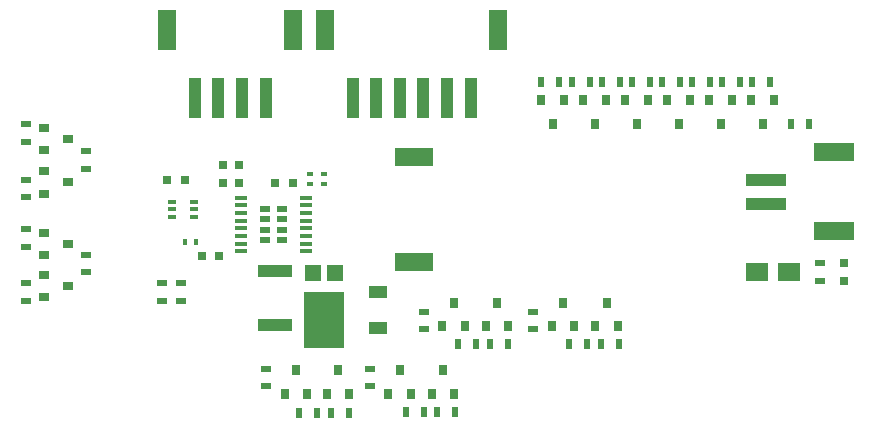
<source format=gbr>
G04 #@! TF.FileFunction,Paste,Top*
%FSLAX46Y46*%
G04 Gerber Fmt 4.6, Leading zero omitted, Abs format (unit mm)*
G04 Created by KiCad (PCBNEW 4.0.7) date 05/02/18 00:14:41*
%MOMM*%
%LPD*%
G01*
G04 APERTURE LIST*
%ADD10C,0.100000*%
%ADD11R,0.900000X0.500000*%
%ADD12R,1.000000X3.500000*%
%ADD13R,1.500000X3.400000*%
%ADD14R,3.200000X1.600000*%
%ADD15R,0.800000X0.900000*%
%ADD16R,0.750000X0.400000*%
%ADD17R,1.950000X1.500000*%
%ADD18R,0.800000X0.750000*%
%ADD19R,1.600000X1.000000*%
%ADD20R,3.000000X1.000000*%
%ADD21R,0.750000X0.800000*%
%ADD22R,0.600000X0.400000*%
%ADD23R,0.400000X0.600000*%
%ADD24R,1.050000X0.450000*%
%ADD25R,0.882000X0.537000*%
%ADD26R,1.390000X1.400000*%
%ADD27R,3.360000X4.860000*%
%ADD28R,0.800000X0.800000*%
%ADD29R,3.500000X1.000000*%
%ADD30R,3.400000X1.500000*%
%ADD31R,0.500000X0.900000*%
%ADD32R,0.900000X0.800000*%
G04 APERTURE END LIST*
D10*
D11*
X1070800Y16641000D03*
X1070800Y15141000D03*
D12*
X38709800Y27748000D03*
X36709800Y27748000D03*
X34709800Y27748000D03*
X32709800Y27748000D03*
X30709800Y27748000D03*
X28709800Y27748000D03*
D13*
X41059800Y33498000D03*
X26359800Y33498000D03*
D14*
X33870300Y22774500D03*
X33870300Y13874500D03*
D15*
X50153800Y27559000D03*
X48253800Y27559000D03*
X49203800Y25559000D03*
X64377800Y27559000D03*
X62477800Y27559000D03*
X63427800Y25559000D03*
D16*
X15320300Y18324500D03*
X13420300Y18974500D03*
X13420300Y17674500D03*
X13420300Y18324500D03*
X15320300Y17674500D03*
X15320300Y18974500D03*
D17*
X62922800Y13008000D03*
X65672800Y13008000D03*
D18*
X17420300Y14324500D03*
X15920300Y14324500D03*
D19*
X30897800Y11308000D03*
X30897800Y8308000D03*
D20*
X22120300Y8524500D03*
X22120300Y13124500D03*
D21*
X19120300Y20574500D03*
X19120300Y22074500D03*
D18*
X23670300Y20524500D03*
X22170300Y20524500D03*
D22*
X26320300Y20424500D03*
X26320300Y21324500D03*
X25070300Y21324500D03*
X25070300Y20424500D03*
D23*
X14520300Y15574500D03*
X15420300Y15574500D03*
D24*
X24795300Y14749500D03*
X24795300Y15399500D03*
X24795300Y16049500D03*
X24795300Y16699500D03*
X24795300Y17349500D03*
X24795300Y17999500D03*
X24795300Y18649500D03*
X24795300Y19299500D03*
X19245300Y19299500D03*
X19245300Y18649500D03*
X19245300Y17999500D03*
X19245300Y17349500D03*
X19245300Y16699500D03*
X19245300Y16049500D03*
X19245300Y15399500D03*
X19245300Y14749500D03*
D25*
X21285300Y18367000D03*
X21285300Y17472000D03*
X21285300Y16577000D03*
X21285300Y15682000D03*
X22755300Y18367000D03*
X22755300Y17472000D03*
X22755300Y16577000D03*
X22755300Y15682000D03*
D26*
X27190300Y12930500D03*
D27*
X26270300Y8948500D03*
D26*
X25350300Y12930500D03*
D28*
X70297800Y13808000D03*
X70297800Y12208000D03*
D21*
X17770300Y20574500D03*
X17770300Y22074500D03*
D29*
X63722800Y18808000D03*
X63722800Y20808000D03*
D30*
X69472800Y16458000D03*
X69472800Y23158000D03*
D18*
X13024800Y20836000D03*
X14524800Y20836000D03*
D31*
X65852800Y25543000D03*
X67352800Y25543000D03*
X57470800Y29099000D03*
X58970800Y29099000D03*
D11*
X68297800Y13758000D03*
X68297800Y12258000D03*
X14197800Y12058000D03*
X14197800Y10558000D03*
X12597800Y12058000D03*
X12597800Y10558000D03*
D15*
X57265800Y27559000D03*
X55365800Y27559000D03*
X56315800Y25559000D03*
D32*
X2610800Y25223000D03*
X2610800Y23323000D03*
X4610800Y24273000D03*
D15*
X46597800Y27559000D03*
X44697800Y27559000D03*
X45647800Y25559000D03*
X53709800Y27559000D03*
X51809800Y27559000D03*
X52759800Y25559000D03*
D32*
X2610800Y21540000D03*
X2610800Y19640000D03*
X4610800Y20590000D03*
D15*
X60821800Y27559000D03*
X58921800Y27559000D03*
X59871800Y25559000D03*
X36315800Y8414000D03*
X38215800Y8414000D03*
X37265800Y10414000D03*
X31743800Y2699000D03*
X33643800Y2699000D03*
X32693800Y4699000D03*
X22980800Y2699000D03*
X24880800Y2699000D03*
X23930800Y4699000D03*
D11*
X1070800Y25531000D03*
X1070800Y24031000D03*
D31*
X49850800Y29099000D03*
X51350800Y29099000D03*
D11*
X21390800Y3330000D03*
X21390800Y4830000D03*
X34725800Y8156000D03*
X34725800Y9656000D03*
X30153800Y3330000D03*
X30153800Y4830000D03*
X43996800Y8156000D03*
X43996800Y9656000D03*
D32*
X2610800Y16333000D03*
X2610800Y14433000D03*
X4610800Y15383000D03*
D15*
X35426800Y2699000D03*
X37326800Y2699000D03*
X36376800Y4699000D03*
X26536800Y2699000D03*
X28436800Y2699000D03*
X27486800Y4699000D03*
X39998800Y8414000D03*
X41898800Y8414000D03*
X40948800Y10414000D03*
D32*
X2610800Y12777000D03*
X2610800Y10877000D03*
X4610800Y11827000D03*
D15*
X45586800Y8414000D03*
X47486800Y8414000D03*
X46536800Y10414000D03*
X49269800Y8414000D03*
X51169800Y8414000D03*
X50219800Y10414000D03*
D31*
X44643800Y29099000D03*
X46143800Y29099000D03*
X47310800Y29099000D03*
X48810800Y29099000D03*
X52390800Y29099000D03*
X53890800Y29099000D03*
X54930800Y29099000D03*
X56430800Y29099000D03*
D11*
X1070800Y19332000D03*
X1070800Y20832000D03*
X6150800Y21745000D03*
X6150800Y23245000D03*
D31*
X60010800Y29099000D03*
X61510800Y29099000D03*
X62550800Y29099000D03*
X64050800Y29099000D03*
X37380800Y1159000D03*
X35880800Y1159000D03*
X34713800Y1159000D03*
X33213800Y1159000D03*
X28363800Y1032000D03*
X26863800Y1032000D03*
X25696800Y1032000D03*
X24196800Y1032000D03*
X41825800Y6874000D03*
X40325800Y6874000D03*
X39158800Y6874000D03*
X37658800Y6874000D03*
D11*
X1070800Y10569000D03*
X1070800Y12069000D03*
X6150800Y12982000D03*
X6150800Y14482000D03*
D31*
X51223800Y6874000D03*
X49723800Y6874000D03*
X48556800Y6874000D03*
X47056800Y6874000D03*
D12*
X21342800Y27748000D03*
X19342800Y27748000D03*
X17342800Y27748000D03*
X15342800Y27748000D03*
D13*
X23692800Y33498000D03*
X12992800Y33498000D03*
M02*

</source>
